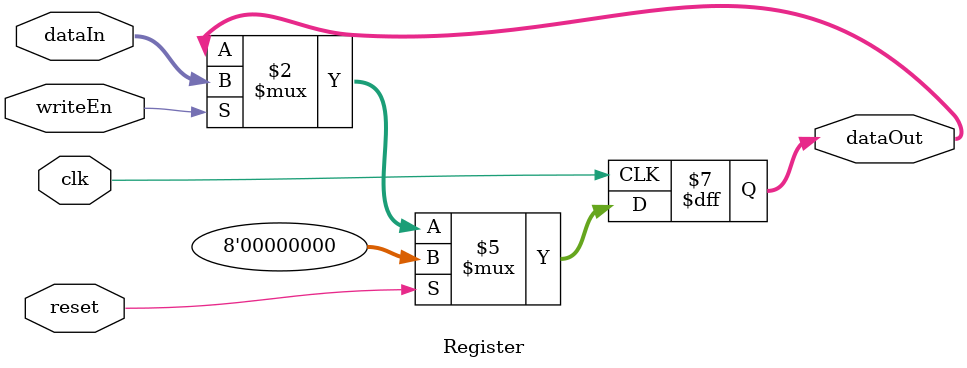
<source format=v>
module Register #(
    parameter WIDTH = 8,
    parameter RESET_VALUE = {WIDTH{1'b0}}
)(
    input wire clk,
    input wire reset,
    input wire writeEn,
    input wire [WIDTH-1:0] dataIn,
    output reg [WIDTH-1:0] dataOut
);

    always @ (posedge clk) begin
        if (reset) dataOut <= RESET_VALUE;
        else if (writeEn) dataOut <= dataIn;
    end
endmodule
</source>
